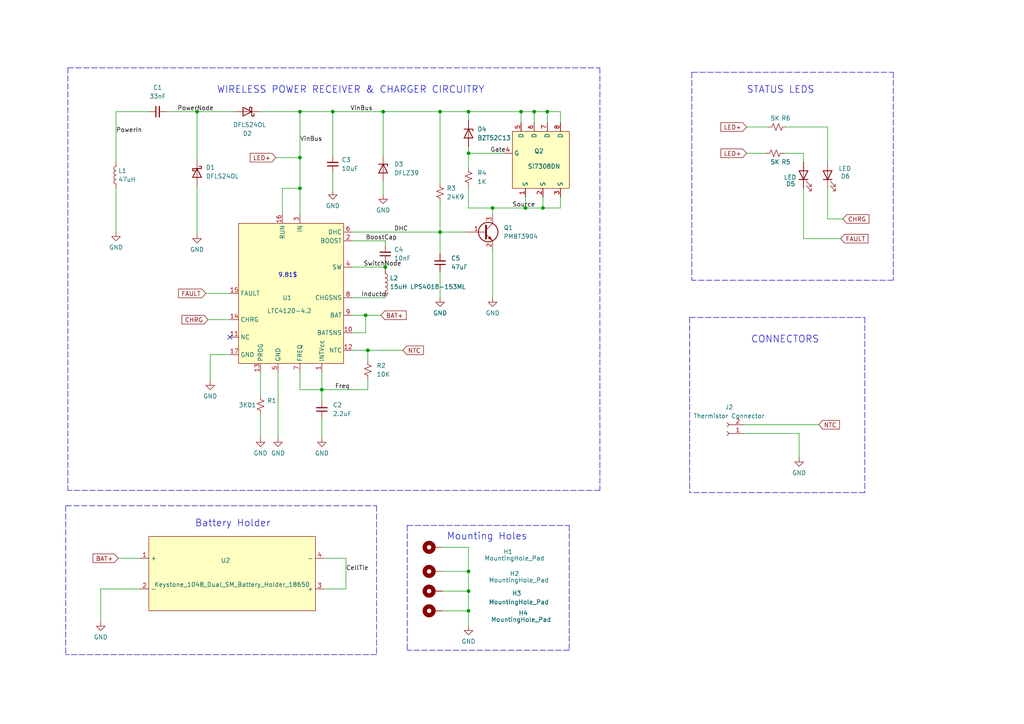
<source format=kicad_sch>
(kicad_sch (version 20211123) (generator eeschema)
  (paper "A4")
  (title_block (title "Wireless Power Receiver & Charger") (date "2023-01-10") (comment 1 "WARREN MUHUMUZA"))
  (lib_symbols
    (symbol "Connector:Conn_01x02_Female" (pin_names (offset 1.016) hide)
      (property "Reference" "J" (at 0 2.54 0))
      (property "Value" "Conn_01x02_Female" (at 0 -5.08 0))
      (symbol "Conn_01x02_Female_1_1"
        (arc (start 0 -2.032) (mid -0.508 -2.54) (end 0 -3.048) (stroke (width 0.1524)))
        (polyline (pts (xy -1.27 -2.54) (xy -0.508 -2.54)) (stroke (width 0.1524)))
        (polyline (pts (xy -1.27 0) (xy -0.508 0)) (stroke (width 0.1524)))
        (arc (start 0 0.508) (mid -0.508 0) (end 0 -0.508) (stroke (width 0.1524)))
        (pin passive line (at -5.08 0 0) (length 3.81) (name "Pin_1") (number "1"))
        (pin passive line (at -5.08 -2.54 0) (length 3.81) (name "Pin_2") (number "2"))
      )
    )
    (symbol "Device:C_Small" (pin_numbers hide) (pin_names (offset 0.254) hide)
      (property "Reference" "C" (at 0.254 1.778 0))
      (property "Value" "C_Small" (at 0.254 -2.032 0))
      (symbol "C_Small_0_1"
        (polyline (pts (xy -1.524 -0.508) (xy 1.524 -0.508)) (stroke (width 0.3302)))
        (polyline (pts (xy -1.524 0.508) (xy 1.524 0.508)) (stroke (width 0.3048)))
      )
      (symbol "C_Small_1_1"
        (pin passive line (at 0 2.54 270) (length 2.032) (name "~") (number "1"))
        (pin passive line (at 0 -2.54 90) (length 2.032) (name "~") (number "2"))
      )
    )
    (symbol "Device:D_Schottky" (pin_numbers hide) (pin_names (offset 1.016) hide)
      (property "Reference" "D" (at 0 2.54 0))
      (property "Value" "D_Schottky" (at 0 -2.54 0))
      (symbol "D_Schottky_0_1"
        (polyline (pts (xy 1.27 0) (xy -1.27 0)))
        (polyline (pts (xy 1.27 1.27) (xy 1.27 -1.27) (xy -1.27 0) (xy 1.27 1.27)) (stroke (width 0.254)))
        (polyline (pts (xy -1.905 0.635) (xy -1.905 1.27) (xy -1.27 1.27) (xy -1.27 -1.27) (xy -0.635 -1.27) (xy -0.635 -0.635)) (stroke (width 0.254)))
      )
      (symbol "D_Schottky_1_1"
        (pin passive line (at -3.81 0 0) (length 2.54) (name "K") (number "1"))
        (pin passive line (at 3.81 0 180) (length 2.54) (name "A") (number "2"))
      )
    )
    (symbol "Device:D_Zener" (pin_numbers hide) (pin_names (offset 1.016) hide)
      (property "Reference" "D" (at 0 2.54 0))
      (property "Value" "D_Zener" (at 0 -2.54 0))
      (symbol "D_Zener_0_1"
        (polyline (pts (xy 1.27 0) (xy -1.27 0)))
        (polyline (pts (xy -1.27 -1.27) (xy -1.27 1.27) (xy -0.762 1.27)) (stroke (width 0.254)))
        (polyline (pts (xy 1.27 -1.27) (xy 1.27 1.27) (xy -1.27 0) (xy 1.27 -1.27)) (stroke (width 0.254)))
      )
      (symbol "D_Zener_1_1"
        (pin passive line (at -3.81 0 0) (length 2.54) (name "K") (number "1"))
        (pin passive line (at 3.81 0 180) (length 2.54) (name "A") (number "2"))
      )
    )
    (symbol "Device:L" (pin_numbers hide) (pin_names (offset 1.016) hide)
      (property "Reference" "L" (at -1.27 0 90))
      (property "Value" "L" (at 1.905 0 90))
      (symbol "L_0_1"
        (arc (start 0 -2.54) (mid 0.635 -1.905) (end 0 -1.27))
        (arc (start 0 -1.27) (mid 0.635 -0.635) (end 0 0))
        (arc (start 0 0) (mid 0.635 0.635) (end 0 1.27))
        (arc (start 0 1.27) (mid 0.635 1.905) (end 0 2.54))
      )
      (symbol "L_1_1"
        (pin passive line (at 0 3.81 270) (length 1.27) (name "1") (number "1"))
        (pin passive line (at 0 -3.81 90) (length 1.27) (name "2") (number "2"))
      )
    )
    (symbol "Device:LED" (pin_numbers hide) (pin_names (offset 1.016) hide)
      (property "Reference" "D" (at 0 2.54 0))
      (property "Value" "LED" (at 0 -2.54 0))
      (symbol "LED_0_1"
        (polyline (pts (xy -1.27 -1.27) (xy -1.27 1.27)) (stroke (width 0.254)))
        (polyline (pts (xy -1.27 0) (xy 1.27 0)))
        (polyline (pts (xy 1.27 -1.27) (xy 1.27 1.27) (xy -1.27 0) (xy 1.27 -1.27)) (stroke (width 0.254)))
        (polyline (pts (xy -3.048 -0.762) (xy -4.572 -2.286) (xy -3.81 -2.286) (xy -4.572 -2.286) (xy -4.572 -1.524)))
        (polyline (pts (xy -1.778 -0.762) (xy -3.302 -2.286) (xy -2.54 -2.286) (xy -3.302 -2.286) (xy -3.302 -1.524)))
      )
      (symbol "LED_1_1"
        (pin passive line (at -3.81 0 0) (length 2.54) (name "K") (number "1"))
        (pin passive line (at 3.81 0 180) (length 2.54) (name "A") (number "2"))
      )
    )
    (symbol "Device:R_Small_US" (pin_numbers hide) (pin_names (offset 0.254) hide)
      (property "Reference" "R" (at 0.762 0.508 0))
      (property "Value" "R_Small_US" (at 0.762 -1.016 0))
      (symbol "R_Small_US_1_1"
        (polyline (pts (xy 0 0) (xy 1.016 -0.381) (xy 0 -0.762) (xy -1.016 -1.143) (xy 0 -1.524)))
        (polyline (pts (xy 0 1.524) (xy 1.016 1.143) (xy 0 0.762) (xy -1.016 0.381) (xy 0 0)))
        (pin passive line (at 0 2.54 270) (length 1.016) (name "~") (number "1"))
        (pin passive line (at 0 -2.54 90) (length 1.016) (name "~") (number "2"))
      )
    )
    (symbol "Mechanical:MountingHole_Pad" (pin_numbers hide) (pin_names (offset 1.016) hide)
      (property "Reference" "H" (at 0 6.35 0))
      (property "Value" "MountingHole_Pad" (at 0 4.445 0))
      (symbol "MountingHole_Pad_0_1"
        (circle (center 0 1.27) (radius 1.27) (stroke (width 1.27)))
      )
      (symbol "MountingHole_Pad_1_1"
        (pin input line (at 0 -2.54 90) (length 2.54) (name "1") (number "1"))
      )
    )
    (symbol "Transistor_BJT:2N3055" (pin_names (offset 0) hide)
      (property "Reference" "Q" (at 5.08 1.905 0))
      (property "Value" "2N3055" (at 5.08 0 0))
      (symbol "2N3055_0_1"
        (polyline (pts (xy 0.635 0.635) (xy 2.54 2.54)))
        (polyline (pts (xy 0.635 -0.635) (xy 2.54 -2.54) (xy 2.54 -2.54)))
        (polyline (pts (xy 0.635 1.905) (xy 0.635 -1.905) (xy 0.635 -1.905)) (stroke (width 0.508)))
        (polyline (pts (xy 1.27 -1.778) (xy 1.778 -1.27) (xy 2.286 -2.286) (xy 1.27 -1.778) (xy 1.27 -1.778)) (fill (type outline)))
        (circle (center 1.27 0) (radius 2.8194) (stroke (width 0.254)))
      )
      (symbol "2N3055_1_1"
        (pin input line (at -5.08 0 0) (length 5.715) (name "B") (number "1"))
        (pin passive line (at 2.54 -5.08 90) (length 2.54) (name "E") (number "2"))
        (pin passive line (at 2.54 5.08 270) (length 2.54) (name "C") (number "3"))
      )
    )
    (symbol "Warren Symbols 2022:Keystone_1048_Dual_SM_Battery_Holder_18650"
      (property "Reference" "U" (at 0 2.54 0))
      (property "Value" "Keystone_1048_Dual_SM_Battery_Holder_18650" (at 0 -1.27 0))
      (symbol "Keystone_1048_Dual_SM_Battery_Holder_18650_0_1"
        (rectangle (start -24.13 10.16) (end 24.13 -11.43) (fill (type background)))
      )
      (symbol "Keystone_1048_Dual_SM_Battery_Holder_18650_1_1"
        (pin input line (at -26.67 3.81 0) (length 2.54) (name "+") (number "1"))
        (pin input line (at -26.67 -5.08 0) (length 2.54) (name "-") (number "2"))
        (pin input line (at 26.67 -5.08 180) (length 2.54) (name "+") (number "3"))
        (pin input line (at 26.67 3.81 180) (length 2.54) (name "-") (number "4"))
      )
    )
    (symbol "Warren Symbols 2022:LTC4120-4.2"
      (property "Reference" "U" (at -1.27 3.81 0))
      (property "Value" "LTC4120-4.2" (at -1.27 0 0))
      (symbol "LTC4120-4.2_0_1"
        (rectangle (start -15.24 20.32) (end 15.24 -20.32) (fill (type background)))
      )
      (symbol "LTC4120-4.2_1_1"
        (pin input line (at 8.89 -22.86 90) (length 2.54) (name "INTVcc") (number "1"))
        (pin input line (at 17.78 -11.43 180) (length 2.54) (name "BATSNS") (number "10"))
        (pin passive line (at -17.78 -12.7 0) (length 2.54) (name "NC") (number "11"))
        (pin input line (at 17.78 -16.51 180) (length 2.54) (name "NTC") (number "12"))
        (pin input line (at -8.89 -22.86 90) (length 2.54) (name "PROG") (number "13"))
        (pin input line (at -17.78 -7.62 0) (length 2.54) (name "CHRG") (number "14"))
        (pin input line (at -17.78 0 0) (length 2.54) (name "FAULT") (number "15"))
        (pin input line (at -2.54 22.86 270) (length 2.54) (name "RUN") (number "16"))
        (pin passive line (at -17.78 -17.78 0) (length 2.54) (name "GND") (number "17"))
        (pin input line (at 17.78 15.24 180) (length 2.54) (name "BOOST") (number "2"))
        (pin input line (at 2.54 22.86 270) (length 2.54) (name "IN") (number "3"))
        (pin input line (at 17.78 7.62 180) (length 2.54) (name "SW") (number "4"))
        (pin passive line (at -3.81 -22.86 90) (length 2.54) (name "GND") (number "5"))
        (pin input line (at 17.78 17.78 180) (length 2.54) (name "DHC") (number "6"))
        (pin input line (at 2.54 -22.86 90) (length 2.54) (name "FREQ") (number "7"))
        (pin input line (at 17.78 -1.27 180) (length 2.54) (name "CHGSNS") (number "8"))
        (pin input line (at 17.78 -6.35 180) (length 2.54) (name "BAT") (number "9"))
      )
    )
    (symbol "Warren Symbols 2022:Si7308DN"
      (property "Reference" "Q" (at 1.27 -2.54 0))
      (property "Value" "Si7308DN" (at 1.27 1.27 0))
      (symbol "Si7308DN_0_1"
        (rectangle (start -7.62 7.62) (end 8.89 -8.89) (fill (type background)))
      )
      (symbol "Si7308DN_1_1"
        (pin input line (at -3.81 -11.43 90) (length 2.54) (name "S") (number "1"))
        (pin input line (at 1.27 -11.43 90) (length 2.54) (name "S") (number "2"))
        (pin input line (at 6.35 -11.43 90) (length 2.54) (name "S") (number "3"))
        (pin input line (at -10.16 1.27 0) (length 2.54) (name "G") (number "4"))
        (pin input line (at -5.08 10.16 270) (length 2.54) (name "D") (number "5"))
        (pin input line (at -1.27 10.16 270) (length 2.54) (name "D") (number "6"))
        (pin input line (at 2.54 10.16 270) (length 2.54) (name "D") (number "7"))
        (pin input line (at 6.35 10.16 270) (length 2.54) (name "D") (number "8"))
      )
    )
    (symbol "power:GND" (power) (pin_names (offset 0))
      (property "Value" "GND" (at 0 -3.81 0))
      (symbol "GND_0_1"
        (polyline (pts (xy 0 0) (xy 0 -1.27) (xy 1.27 -1.27) (xy 0 -2.54) (xy -1.27 -1.27) (xy 0 -1.27)))
      )
      (symbol "GND_1_1"
        (pin power_in line (at 0 0 270) (length 0) hide (name "GND") (number "1"))
      )
    )
  )
  (junction (at 154.94 32.385))
  (junction (at 127.635 67.31))
  (junction (at 93.345 113.03))
  (junction (at 142.875 60.325))
  (junction (at 86.995 45.72))
  (junction (at 135.89 32.385))
  (junction (at 127.635 32.385))
  (junction (at 135.89 171.45))
  (junction (at 135.89 165.735))
  (junction (at 158.75 32.385))
  (junction (at 111.125 32.385))
  (junction (at 152.4 60.325))
  (junction (at 157.48 60.325))
  (junction (at 86.995 54.61))
  (junction (at 106.045 91.44))
  (junction (at 96.52 32.385))
  (junction (at 135.89 177.165))
  (junction (at 86.995 32.385))
  (junction (at 151.13 32.385))
  (junction (at 57.15 32.385))
  (junction (at 106.68 101.6))
  (junction (at 111.76 77.47))
  (junction (at 135.89 44.45))
  (no_connect (at 66.675 97.79))
  (wire (pts (xy 240.03 36.83) (xy 227.965 36.83)))
  (wire (pts (xy 128.27 177.165) (xy 135.89 177.165)))
  (wire (pts (xy 86.995 54.61) (xy 86.995 62.23)))
  (polyline (pts (xy 259.08 81.28) (xy 200.66 81.28)))
  (wire (pts (xy 111.76 77.47) (xy 111.76 78.105)))
  (wire (pts (xy 75.565 32.385) (xy 86.995 32.385)))
  (polyline (pts (xy 200.025 92.075) (xy 200.025 142.875)))
  (polyline (pts (xy 173.99 19.685) (xy 173.99 142.24)))
  (polyline (pts (xy 19.05 146.685) (xy 19.05 189.865)))
  (wire (pts (xy 151.13 32.385) (xy 151.13 35.56)))
  (wire (pts (xy 106.68 104.775) (xy 106.68 101.6)))
  (wire (pts (xy 81.915 62.23) (xy 81.915 54.61)))
  (wire (pts (xy 102.235 77.47) (xy 111.76 77.47)))
  (wire (pts (xy 111.76 85.725) (xy 111.76 86.36)))
  (wire (pts (xy 127.635 78.74) (xy 127.635 86.36)))
  (polyline (pts (xy 109.22 189.865) (xy 19.05 189.865)))
  (wire (pts (xy 128.27 158.75) (xy 135.89 158.75)))
  (wire (pts (xy 60.325 92.71) (xy 66.675 92.71)))
  (wire (pts (xy 162.56 57.15) (xy 162.56 60.325)))
  (wire (pts (xy 135.89 32.385) (xy 151.13 32.385)))
  (wire (pts (xy 80.01 45.72) (xy 86.995 45.72)))
  (wire (pts (xy 233.045 69.215) (xy 233.045 54.61)))
  (wire (pts (xy 135.89 177.165) (xy 135.89 181.61)))
  (wire (pts (xy 48.26 32.385) (xy 57.15 32.385)))
  (wire (pts (xy 111.76 76.2) (xy 111.76 77.47)))
  (wire (pts (xy 106.68 109.855) (xy 106.68 113.03)))
  (wire (pts (xy 80.645 107.95) (xy 80.645 127)))
  (wire (pts (xy 33.655 32.385) (xy 33.655 46.99)))
  (wire (pts (xy 111.76 69.85) (xy 102.235 69.85)))
  (wire (pts (xy 102.235 96.52) (xy 106.045 96.52)))
  (wire (pts (xy 233.045 46.99) (xy 233.045 44.45)))
  (wire (pts (xy 231.775 132.715) (xy 231.775 125.73)))
  (wire (pts (xy 152.4 57.15) (xy 152.4 60.325)))
  (polyline (pts (xy 19.685 19.685) (xy 19.685 142.24)))
  (wire (pts (xy 216.535 36.83) (xy 222.885 36.83)))
  (polyline (pts (xy 173.99 142.24) (xy 19.685 142.24)))
  (wire (pts (xy 244.475 63.5) (xy 240.03 63.5)))
  (wire (pts (xy 57.15 32.385) (xy 57.15 46.355)))
  (polyline (pts (xy 200.66 20.955) (xy 259.08 20.955)))
  (wire (pts (xy 93.345 121.285) (xy 93.345 127)))
  (wire (pts (xy 142.875 60.325) (xy 142.875 62.23)))
  (wire (pts (xy 128.27 171.45) (xy 135.89 171.45)))
  (wire (pts (xy 102.235 67.31) (xy 127.635 67.31)))
  (wire (pts (xy 135.89 44.45) (xy 146.05 44.45)))
  (wire (pts (xy 154.94 32.385) (xy 154.94 35.56)))
  (wire (pts (xy 151.13 32.385) (xy 154.94 32.385)))
  (wire (pts (xy 127.635 53.34) (xy 127.635 32.385)))
  (wire (pts (xy 96.52 32.385) (xy 96.52 45.085)))
  (wire (pts (xy 29.21 170.815) (xy 29.21 180.34)))
  (wire (pts (xy 162.56 35.56) (xy 162.56 32.385)))
  (wire (pts (xy 102.235 91.44) (xy 106.045 91.44)))
  (wire (pts (xy 93.98 170.815) (xy 100.33 170.815)))
  (wire (pts (xy 66.675 102.87) (xy 60.96 102.87)))
  (wire (pts (xy 100.33 170.815) (xy 100.33 161.925)))
  (wire (pts (xy 81.915 54.61) (xy 86.995 54.61)))
  (wire (pts (xy 86.995 32.385) (xy 86.995 45.72)))
  (wire (pts (xy 215.9 125.73) (xy 231.775 125.73)))
  (wire (pts (xy 111.76 71.12) (xy 111.76 69.85)))
  (wire (pts (xy 86.995 45.72) (xy 86.995 54.61)))
  (wire (pts (xy 157.48 57.15) (xy 157.48 60.325)))
  (polyline (pts (xy 250.825 92.075) (xy 250.825 142.875)))
  (wire (pts (xy 57.15 53.975) (xy 57.15 67.945)))
  (wire (pts (xy 135.89 42.545) (xy 135.89 44.45)))
  (wire (pts (xy 158.75 32.385) (xy 162.56 32.385)))
  (wire (pts (xy 96.52 50.165) (xy 96.52 55.245)))
  (wire (pts (xy 215.9 123.19) (xy 237.49 123.19)))
  (wire (pts (xy 111.125 32.385) (xy 111.125 45.085)))
  (wire (pts (xy 93.345 107.95) (xy 93.345 113.03)))
  (polyline (pts (xy 200.025 92.075) (xy 250.825 92.075)))
  (wire (pts (xy 111.125 32.385) (xy 96.52 32.385)))
  (wire (pts (xy 57.15 32.385) (xy 67.945 32.385)))
  (wire (pts (xy 33.655 54.61) (xy 33.655 67.31)))
  (wire (pts (xy 100.33 161.925) (xy 93.98 161.925)))
  (wire (pts (xy 60.96 102.87) (xy 60.96 110.49)))
  (wire (pts (xy 111.125 52.705) (xy 111.125 56.515)))
  (polyline (pts (xy 165.1 152.4) (xy 165.1 188.595)))
  (wire (pts (xy 243.84 69.215) (xy 233.045 69.215)))
  (wire (pts (xy 75.565 120.015) (xy 75.565 127)))
  (polyline (pts (xy 250.825 142.875) (xy 200.025 142.875)))
  (wire (pts (xy 135.89 158.75) (xy 135.89 165.735)))
  (wire (pts (xy 127.635 58.42) (xy 127.635 67.31)))
  (wire (pts (xy 93.345 113.03) (xy 93.345 116.205)))
  (wire (pts (xy 106.68 101.6) (xy 116.84 101.6)))
  (wire (pts (xy 40.64 170.815) (xy 29.21 170.815)))
  (polyline (pts (xy 19.685 19.685) (xy 173.99 19.685)))
  (wire (pts (xy 135.89 60.325) (xy 142.875 60.325)))
  (wire (pts (xy 135.89 44.45) (xy 135.89 48.895)))
  (wire (pts (xy 106.68 101.6) (xy 102.235 101.6)))
  (wire (pts (xy 154.94 32.385) (xy 158.75 32.385)))
  (polyline (pts (xy 200.66 20.955) (xy 200.66 81.28)))
  (wire (pts (xy 135.89 171.45) (xy 135.89 177.165)))
  (wire (pts (xy 233.045 44.45) (xy 227.33 44.45)))
  (wire (pts (xy 240.03 63.5) (xy 240.03 54.61)))
  (polyline (pts (xy 19.05 146.685) (xy 109.22 146.685)))
  (wire (pts (xy 106.68 113.03) (xy 93.345 113.03)))
  (wire (pts (xy 127.635 32.385) (xy 111.125 32.385)))
  (polyline (pts (xy 109.22 146.685) (xy 109.22 189.865)))
  (wire (pts (xy 75.565 107.95) (xy 75.565 114.935)))
  (wire (pts (xy 127.635 32.385) (xy 135.89 32.385)))
  (wire (pts (xy 135.89 34.925) (xy 135.89 32.385)))
  (wire (pts (xy 135.89 53.975) (xy 135.89 60.325)))
  (wire (pts (xy 43.18 32.385) (xy 33.655 32.385)))
  (polyline (pts (xy 118.11 152.4) (xy 165.1 152.4)))
  (wire (pts (xy 135.89 165.735) (xy 135.89 171.45)))
  (wire (pts (xy 157.48 60.325) (xy 152.4 60.325)))
  (wire (pts (xy 86.995 107.95) (xy 86.995 113.03)))
  (wire (pts (xy 96.52 32.385) (xy 86.995 32.385)))
  (wire (pts (xy 162.56 60.325) (xy 157.48 60.325)))
  (wire (pts (xy 216.535 44.45) (xy 222.25 44.45)))
  (wire (pts (xy 127.635 67.31) (xy 127.635 73.66)))
  (wire (pts (xy 34.29 161.925) (xy 40.64 161.925)))
  (polyline (pts (xy 165.1 188.595) (xy 118.11 188.595)))
  (wire (pts (xy 106.045 91.44) (xy 110.49 91.44)))
  (wire (pts (xy 128.27 165.735) (xy 135.89 165.735)))
  (wire (pts (xy 142.875 72.39) (xy 142.875 86.36)))
  (wire (pts (xy 152.4 60.325) (xy 142.875 60.325)))
  (wire (pts (xy 86.995 113.03) (xy 93.345 113.03)))
  (polyline (pts (xy 259.08 20.955) (xy 259.08 81.28)))
  (polyline (pts (xy 118.11 152.4) (xy 118.11 188.595)))
  (wire (pts (xy 158.75 32.385) (xy 158.75 35.56)))
  (wire (pts (xy 111.76 86.36) (xy 102.235 86.36)))
  (wire (pts (xy 59.69 85.09) (xy 66.675 85.09)))
  (wire (pts (xy 106.045 96.52) (xy 106.045 91.44)))
  (wire (pts (xy 240.03 46.99) (xy 240.03 36.83)))
  (wire (pts (xy 127.635 67.31) (xy 135.255 67.31)))
  (text "CONNECTORS" (at 217.805 99.695 0) (effects (font (size 2 2)) (justify left bottom)))
  (text "Battery Holder" (at 56.515 153.035 0) (effects (font (size 2 2)) (justify left bottom)))
  (text "WIRELESS POWER RECEIVER & CHARGER CIRCUITRY" (at 62.865 27.305 0) (effects (font (size 2 2)) (justify left bottom)))
  (text "9.81$" (at 80.645 80.645 0) (effects (font (size 1.27 1.27)) (justify left bottom)))
  (text "STATUS LEDS" (at 216.535 27.305 0) (effects (font (size 2 2)) (justify left bottom)))
  (text "Mounting Holes" (at 129.54 156.845 0) (effects (font (size 2 2)) (justify left bottom)))
  (label "VinBus" (at 86.995 41.275 0))
  (label "PowerNode" (at 51.435 32.385 0))
  (label "Freq" (at 97.155 113.03 0))
  (label "CellTie" (at 100.33 165.735 0))
  (label "DHC" (at 114.3 67.31 0))
  (label "Inductor" (at 104.775 86.36 0))
  (label "VinBus" (at 101.6 32.385 0))
  (label "Source" (at 148.59 60.325 0))
  (label "SwitchNode" (at 105.41 77.47 0))
  (label "Gate" (at 142.24 44.45 0))
  (label "PowerIn" (at 33.655 38.735 0))
  (label "BoostCap" (at 106.045 69.85 0))
  (global_label "NTC" (shape input) (at 237.49 123.19 0) (property "Intersheet References" "${INTERSHEET_REFS}" (effects hide)))
  (global_label "BAT+" (shape input) (at 110.49 91.44 0) (property "Intersheet References" "${INTERSHEET_REFS}" (effects hide)))
  (global_label "NTC" (shape input) (at 116.84 101.6 0) (property "Intersheet References" "${INTERSHEET_REFS}" (effects hide)))
  (global_label "BAT+" (shape input) (at 34.29 161.925 180) (property "Intersheet References" "${INTERSHEET_REFS}" (effects hide)))
  (global_label "LED+" (shape input) (at 216.535 44.45 180) (property "Intersheet References" "${INTERSHEET_REFS}" (effects hide)))
  (global_label "CHRG" (shape input) (at 244.475 63.5 0) (property "Intersheet References" "${INTERSHEET_REFS}" (effects hide)))
  (global_label "FAULT" (shape input) (at 243.84 69.215 0) (property "Intersheet References" "${INTERSHEET_REFS}" (effects hide)))
  (global_label "CHRG" (shape input) (at 60.325 92.71 180) (property "Intersheet References" "${INTERSHEET_REFS}" (effects hide)))
  (global_label "FAULT" (shape input) (at 59.69 85.09 180) (property "Intersheet References" "${INTERSHEET_REFS}" (effects hide)))
  (global_label "LED+" (shape input) (at 216.535 36.83 180) (property "Intersheet References" "${INTERSHEET_REFS}" (effects hide)))
  (global_label "LED+" (shape input) (at 80.01 45.72 180) (property "Intersheet References" "${INTERSHEET_REFS}" (effects hide)))
  (symbol (lib_id "power:GND") (at 60.96 110.49 0) (unit 1)
    (property "Reference" "#PWR0112" (effects hide))
    (property "Value" "GND" (at 60.96 114.935 0))
  )
  (symbol (lib_id "Device:R_Small_US") (at 225.425 36.83 90) (unit 1)
    (property "Reference" "R6" (at 227.965 34.29 90))
    (property "Value" "5K" (at 224.79 34.29 90))
    (property "Footprint" "Resistor_SMD:R_1206_3216Metric" (effects hide))
  )
  (symbol (lib_id "Device:D_Schottky") (at 57.15 50.165 270) (unit 1)
    (property "Reference" "D1" (at 59.69 48.5774 90) (effects (justify left)))
    (property "Value" "DFLS24OL" (at 59.69 51.1174 90) (effects (justify left)))
    (property "Footprint" "Diode_SMD:D_PowerDI-123" (effects hide))
  )
  (symbol (lib_id "Device:C_Small") (at 111.76 73.66 180) (unit 1)
    (property "Reference" "C4" (at 114.3 72.3835 0) (effects (justify right)))
    (property "Value" "10nF" (at 114.3 74.9235 0) (effects (justify right)))
    (property "Footprint" "Capacitor_SMD:C_1206_3216Metric" (effects hide))
  )
  (symbol (lib_id "Device:R_Small_US") (at 75.565 117.475 0) (unit 1)
    (property "Reference" "R1" (at 77.47 116.2049 0) (effects (justify left)))
    (property "Value" "3K01" (at 69.215 117.475 0) (effects (justify left)))
    (property "Footprint" "Resistor_SMD:R_1206_3216Metric" (effects hide))
  )
  (symbol (lib_id "Device:L") (at 33.655 50.8 180) (unit 1)
    (property "Reference" "L1" (at 34.29 49.5299 0) (effects (justify right)))
    (property "Value" "47uH" (at 34.29 52.0699 0) (effects (justify right)))
    (property "Footprint" "Warren Footprints:Tx Coil" (effects hide))
  )
  (symbol (lib_id "Mechanical:MountingHole_Pad") (at 125.73 171.45 90) (unit 1)
    (property "Reference" "H3" (at 149.86 172.085 90))
    (property "Value" "MountingHole_Pad" (at 150.495 174.625 90))
    (property "Footprint" "MountingHole:MountingHole_2.5mm_Pad_Via" (effects hide))
  )
  (symbol (lib_id "Transistor_BJT:2N3055") (at 140.335 67.31 0) (unit 1)
    (property "Reference" "Q1" (at 146.05 66.0399 0) (effects (justify left)))
    (property "Value" "PMBT3904" (at 146.05 68.5799 0) (effects (justify left)))
    (property "Footprint" "Package_TO_SOT_SMD:TSOT-23" (effects hide))
    (property "Datasheet" "http://www.onsemi.com/pub_link/Collateral/2N3055-D.PDF" (effects hide))
  )
  (symbol (lib_id "Mechanical:MountingHole_Pad") (at 125.73 165.735 90) (unit 1)
    (property "Reference" "H2" (at 149.225 166.37 90))
    (property "Value" "MountingHole_Pad" (at 150.495 168.275 90))
    (property "Footprint" "MountingHole:MountingHole_2.5mm_Pad_Via" (effects hide))
  )
  (symbol (lib_id "Device:LED") (at 240.03 50.8 90) (unit 1)
    (property "Reference" "D6" (at 243.84 51.1174 90) (effects (justify right)))
    (property "Value" "LED" (at 243.205 48.895 90) (effects (justify right)))
    (property "Footprint" "LED_THT:LED_D1.8mm_W1.8mm_H2.4mm_Horizontal_O1.27mm_Z1.6mm" (effects hide))
  )
  (symbol (lib_id "power:GND") (at 96.52 55.245 0) (unit 1)
    (property "Reference" "#PWR0103" (effects hide))
    (property "Value" "GND" (at 96.52 59.69 0))
  )
  (symbol (lib_id "power:GND") (at 135.89 181.61 0) (unit 1)
    (property "Reference" "#PWR02" (effects hide))
    (property "Value" "GND" (at 135.89 186.055 0))
  )
  (symbol (lib_id "power:GND") (at 80.645 127 0) (unit 1)
    (property "Reference" "#PWR0109" (effects hide))
    (property "Value" "GND" (at 80.645 131.445 0))
  )
  (symbol (lib_id "Warren Symbols 2022:Si7308DN") (at 156.21 45.72 0) (unit 1)
    (property "Reference" "Q2" (at 154.94 43.815 0) (effects (justify left)))
    (property "Value" "Si7308DN" (at 153.035 48.26 0) (effects (justify left)))
    (property "Footprint" "Warren Footprints:PowerPAK 1212-8 Single" (effects hide))
  )
  (symbol (lib_id "power:GND") (at 33.655 67.31 0) (unit 1)
    (property "Reference" "#PWR0105" (effects hide))
    (property "Value" "GND" (at 33.655 71.755 0))
  )
  (symbol (lib_id "Device:D_Schottky") (at 71.755 32.385 180) (unit 1)
    (property "Reference" "D2" (at 71.755 38.735 0))
    (property "Value" "DFLS24OL" (at 72.39 36.195 0))
    (property "Footprint" "Diode_SMD:D_PowerDI-123" (effects hide))
  )
  (symbol (lib_id "power:GND") (at 29.21 180.34 0) (unit 1)
    (property "Reference" "#PWR01" (effects hide))
    (property "Value" "GND" (at 29.21 184.785 0))
  )
  (symbol (lib_id "power:GND") (at 93.345 127 0) (unit 1)
    (property "Reference" "#PWR0110" (effects hide))
    (property "Value" "GND" (at 93.345 131.445 0))
  )
  (symbol (lib_id "power:GND") (at 231.775 132.715 0) (unit 1)
    (property "Reference" "#PWR0107" (effects hide))
    (property "Value" "GND" (at 231.775 137.16 0))
  )
  (symbol (lib_id "Mechanical:MountingHole_Pad") (at 125.73 158.75 90) (unit 1)
    (property "Reference" "H1" (at 147.32 160.02 90))
    (property "Value" "MountingHole_Pad" (at 149.225 161.925 90))
    (property "Footprint" "MountingHole:MountingHole_2.5mm_Pad_Via" (effects hide))
  )
  (symbol (lib_id "Device:LED") (at 233.045 50.8 90) (unit 1)
    (property "Reference" "D5" (at 227.965 53.34 90) (effects (justify right)))
    (property "Value" "LED" (at 227.33 51.435 90) (effects (justify right)))
    (property "Footprint" "LED_THT:LED_D1.8mm_W1.8mm_H2.4mm_Horizontal_O1.27mm_Z1.6mm" (effects hide))
  )
  (symbol (lib_id "Device:C_Small") (at 93.345 118.745 180) (unit 1)
    (property "Reference" "C2" (at 96.52 117.4685 0) (effects (justify right)))
    (property "Value" "2.2uF" (at 96.52 120.0085 0) (effects (justify right)))
    (property "Footprint" "Capacitor_SMD:C_1206_3216Metric" (effects hide))
  )
  (symbol (lib_id "Device:D_Zener") (at 111.125 48.895 270) (unit 1)
    (property "Reference" "D3" (at 114.3 47.6249 90) (effects (justify left)))
    (property "Value" "DFLZ39" (at 114.3 50.1649 90) (effects (justify left)))
    (property "Footprint" "Diode_SMD:D_PowerDI-123" (effects hide))
  )
  (symbol (lib_id "Device:C_Small") (at 127.635 76.2 180) (unit 1)
    (property "Reference" "C5" (at 130.81 74.9235 0) (effects (justify right)))
    (property "Value" "47uF" (at 130.81 77.4635 0) (effects (justify right)))
    (property "Footprint" "Capacitor_SMD:C_0805_2012Metric" (effects hide))
  )
  (symbol (lib_id "Device:R_Small_US") (at 127.635 55.88 0) (unit 1)
    (property "Reference" "R3" (at 129.54 54.6099 0) (effects (justify left)))
    (property "Value" "24K9" (at 129.54 57.1499 0) (effects (justify left)))
    (property "Footprint" "Resistor_SMD:R_0805_2012Metric" (effects hide))
  )
  (symbol (lib_id "Device:D_Zener") (at 135.89 38.735 270) (unit 1)
    (property "Reference" "D4" (at 138.43 37.4649 90) (effects (justify left)))
    (property "Value" "BZT52C13" (at 138.43 40.0049 90) (effects (justify left)))
    (property "Footprint" "Diode_SMD:D_SOD-123" (effects hide))
  )
  (symbol (lib_id "Warren Symbols 2022:LTC4120-4.2") (at 84.455 85.09 0) (unit 1)
    (property "Reference" "U1" (at 81.915 86.36 0) (effects (justify left)))
    (property "Value" "LTC4120-4.2" (at 77.47 90.17 0) (effects (justify left)))
    (property "Footprint" "Package_DFN_QFN:QFN-16-1EP_4x4mm_P0.65mm_EP2.1x2.1mm_ThermalVias" (effects hide))
  )
  (symbol (lib_id "Device:C_Small") (at 45.72 32.385 90) (unit 1)
    (property "Reference" "C1" (at 45.7263 25.4 90))
    (property "Value" "33nF" (at 45.7263 27.94 90))
    (property "Footprint" "Capacitor_SMD:C_1206_3216Metric" (effects hide))
  )
  (symbol (lib_id "Device:C_Small") (at 96.52 47.625 180) (unit 1)
    (property "Reference" "C3" (at 99.06 46.3485 0) (effects (justify right)))
    (property "Value" "10uF" (at 99.06 48.8885 0) (effects (justify right)))
    (property "Footprint" "Capacitor_SMD:C_1206_3216Metric" (effects hide))
  )
  (symbol (lib_id "power:GND") (at 111.125 56.515 0) (unit 1)
    (property "Reference" "#PWR0104" (effects hide))
    (property "Value" "GND" (at 111.125 60.96 0))
  )
  (symbol (lib_id "Device:R_Small_US") (at 224.79 44.45 90) (unit 1)
    (property "Reference" "R5" (at 227.965 46.99 90))
    (property "Value" "5K" (at 224.79 46.99 90))
    (property "Footprint" "Resistor_SMD:R_1206_3216Metric" (effects hide))
  )
  (symbol (lib_id "Warren Symbols 2022:Keystone_1048_Dual_SM_Battery_Holder_18650") (at 67.31 165.735 0) (unit 1)
    (property "Reference" "U2" (at 65.405 162.56 0))
    (property "Value" "Keystone_1048_Dual_SM_Battery_Holder_18650" (at 67.31 169.545 0))
    (property "Footprint" "Warren Footprints:1048 Dual SM Battery Holder 18650" (effects hide))
  )
  (symbol (lib_id "power:GND") (at 75.565 127 0) (unit 1)
    (property "Reference" "#PWR0111" (effects hide))
    (property "Value" "GND" (at 75.565 131.445 0))
  )
  (symbol (lib_id "power:GND") (at 57.15 67.945 0) (unit 1)
    (property "Reference" "#PWR0106" (effects hide))
    (property "Value" "GND" (at 57.15 72.39 0))
  )
  (symbol (lib_id "power:GND") (at 127.635 86.36 0) (unit 1)
    (property "Reference" "#PWR0101" (effects hide))
    (property "Value" "GND" (at 127.635 90.805 0))
  )
  (symbol (lib_id "Device:L") (at 111.76 81.915 0) (unit 1)
    (property "Reference" "L2" (at 113.03 80.6449 0) (effects (justify left)))
    (property "Value" "15uH LPS4018-153ML" (at 113.03 83.1849 0) (effects (justify left)))
    (property "Footprint" "Inductor_SMD:L_Coilcraft_LPS4018" (effects hide))
  )
  (symbol (lib_id "Device:R_Small_US") (at 135.89 51.435 0) (unit 1)
    (property "Reference" "R4" (at 138.43 50.1649 0) (effects (justify left)))
    (property "Value" "1K" (at 138.43 52.7049 0) (effects (justify left)))
    (property "Footprint" "Resistor_SMD:R_1206_3216Metric" (effects hide))
  )
  (symbol (lib_id "Device:R_Small_US") (at 106.68 107.315 0) (unit 1)
    (property "Reference" "R2" (at 109.22 106.0449 0) (effects (justify left)))
    (property "Value" "10K" (at 109.22 108.5849 0) (effects (justify left)))
    (property "Footprint" "Resistor_SMD:R_1206_3216Metric" (effects hide))
  )
  (symbol (lib_id "power:GND") (at 142.875 86.36 0) (unit 1)
    (property "Reference" "#PWR0102" (effects hide))
    (property "Value" "GND" (at 142.875 90.805 0))
  )
  (symbol (lib_id "Connector:Conn_01x02_Female") (at 210.82 125.73 180) (unit 1)
    (property "Reference" "J2" (at 211.455 118.11 0))
    (property "Value" "Thermistor Connector" (at 211.455 120.65 0))
    (property "Footprint" "Connector_JST:JST_EH_B2B-EH-A_1x02_P2.50mm_Vertical" (effects hide))
  )
  (symbol (lib_id "Mechanical:MountingHole_Pad") (at 125.73 177.165 90) (unit 1)
    (property "Reference" "H4" (at 151.765 177.8 90))
    (property "Value" "MountingHole_Pad" (at 151.13 179.705 90))
    (property "Footprint" "MountingHole:MountingHole_2.5mm_Pad_Via" (effects hide))
  )
)
</source>
